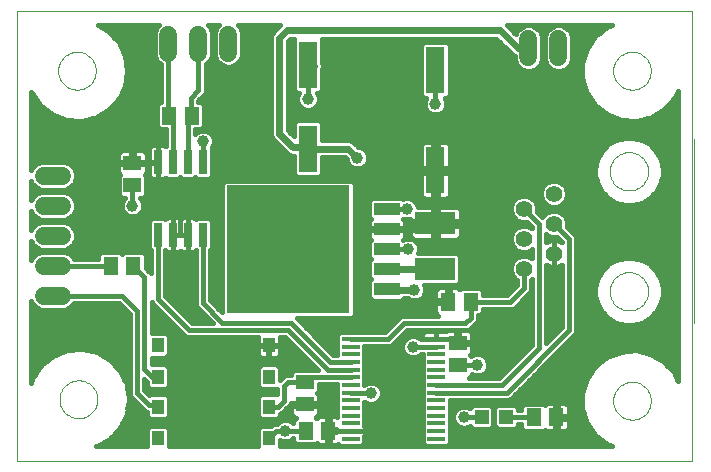
<source format=gtl>
From 57941b1b76ffbdb9a5eeb9fef5e3c2365e3a4b84 Mon Sep 17 00:00:00 2001
From: jaseg <git@jaseg.de>
Date: Sat, 5 Feb 2022 12:34:28 +0100
Subject: Arc approx WIP

---
 examples/gerbers/copper.GTL | 3457 -------------------------------------------
 1 file changed, 3457 deletions(-)
 delete mode 100644 examples/gerbers/copper.GTL

(limited to 'examples/gerbers/copper.GTL')

diff --git a/examples/gerbers/copper.GTL b/examples/gerbers/copper.GTL
deleted file mode 100644
index 87e6ded..0000000
--- a/examples/gerbers/copper.GTL
+++ /dev/null
@@ -1,3457 +0,0 @@
-G75*
-%MOIN*%
-%OFA0B0*%
-%FSLAX24Y24*%
-%IPPOS*%
-%LPD*%
-%AMOC8*
-5,1,8,0,0,1.08239,22.5*
-%
-%ADD10C,0.0000*%
-%ADD11R,0.0260X0.0800*%
-%ADD12R,0.0591X0.0157*%
-%ADD13R,0.4098X0.4252*%
-%ADD14R,0.0850X0.0420*%
-%ADD15R,0.0630X0.1575*%
-%ADD16R,0.0591X0.0512*%
-%ADD17R,0.0512X0.0591*%
-%ADD18R,0.0630X0.1535*%
-%ADD19R,0.1339X0.0748*%
-%ADD20C,0.0004*%
-%ADD21C,0.0554*%
-%ADD22R,0.0394X0.0500*%
-%ADD23C,0.0600*%
-%ADD24R,0.0472X0.0472*%
-%ADD25C,0.0160*%
-%ADD26C,0.0396*%
-%ADD27C,0.0240*%
-D10*
-X000300Y003064D02*
-X000300Y018064D01*
-X022800Y018064D01*
-X022800Y003064D01*
-X000300Y003064D01*
-X001720Y005114D02*
-X001722Y005164D01*
-X001728Y005214D01*
-X001738Y005263D01*
-X001752Y005311D01*
-X001769Y005358D01*
-X001790Y005403D01*
-X001815Y005447D01*
-X001843Y005488D01*
-X001875Y005527D01*
-X001909Y005564D01*
-X001946Y005598D01*
-X001986Y005628D01*
-X002028Y005655D01*
-X002072Y005679D01*
-X002118Y005700D01*
-X002165Y005716D01*
-X002213Y005729D01*
-X002263Y005738D01*
-X002312Y005743D01*
-X002363Y005744D01*
-X002413Y005741D01*
-X002462Y005734D01*
-X002511Y005723D01*
-X002559Y005708D01*
-X002605Y005690D01*
-X002650Y005668D01*
-X002693Y005642D01*
-X002734Y005613D01*
-X002773Y005581D01*
-X002809Y005546D01*
-X002841Y005508D01*
-X002871Y005468D01*
-X002898Y005425D01*
-X002921Y005381D01*
-X002940Y005335D01*
-X002956Y005287D01*
-X002968Y005238D01*
-X002976Y005189D01*
-X002980Y005139D01*
-X002980Y005089D01*
-X002976Y005039D01*
-X002968Y004990D01*
-X002956Y004941D01*
-X002940Y004893D01*
-X002921Y004847D01*
-X002898Y004803D01*
-X002871Y004760D01*
-X002841Y004720D01*
-X002809Y004682D01*
-X002773Y004647D01*
-X002734Y004615D01*
-X002693Y004586D01*
-X002650Y004560D01*
-X002605Y004538D01*
-X002559Y004520D01*
-X002511Y004505D01*
-X002462Y004494D01*
-X002413Y004487D01*
-X002363Y004484D01*
-X002312Y004485D01*
-X002263Y004490D01*
-X002213Y004499D01*
-X002165Y004512D01*
-X002118Y004528D01*
-X002072Y004549D01*
-X002028Y004573D01*
-X001986Y004600D01*
-X001946Y004630D01*
-X001909Y004664D01*
-X001875Y004701D01*
-X001843Y004740D01*
-X001815Y004781D01*
-X001790Y004825D01*
-X001769Y004870D01*
-X001752Y004917D01*
-X001738Y004965D01*
-X001728Y005014D01*
-X001722Y005064D01*
-X001720Y005114D01*
-X001670Y016064D02*
-X001672Y016114D01*
-X001678Y016164D01*
-X001688Y016213D01*
-X001702Y016261D01*
-X001719Y016308D01*
-X001740Y016353D01*
-X001765Y016397D01*
-X001793Y016438D01*
-X001825Y016477D01*
-X001859Y016514D01*
-X001896Y016548D01*
-X001936Y016578D01*
-X001978Y016605D01*
-X002022Y016629D01*
-X002068Y016650D01*
-X002115Y016666D01*
-X002163Y016679D01*
-X002213Y016688D01*
-X002262Y016693D01*
-X002313Y016694D01*
-X002363Y016691D01*
-X002412Y016684D01*
-X002461Y016673D01*
-X002509Y016658D01*
-X002555Y016640D01*
-X002600Y016618D01*
-X002643Y016592D01*
-X002684Y016563D01*
-X002723Y016531D01*
-X002759Y016496D01*
-X002791Y016458D01*
-X002821Y016418D01*
-X002848Y016375D01*
-X002871Y016331D01*
-X002890Y016285D01*
-X002906Y016237D01*
-X002918Y016188D01*
-X002926Y016139D01*
-X002930Y016089D01*
-X002930Y016039D01*
-X002926Y015989D01*
-X002918Y015940D01*
-X002906Y015891D01*
-X002890Y015843D01*
-X002871Y015797D01*
-X002848Y015753D01*
-X002821Y015710D01*
-X002791Y015670D01*
-X002759Y015632D01*
-X002723Y015597D01*
-X002684Y015565D01*
-X002643Y015536D01*
-X002600Y015510D01*
-X002555Y015488D01*
-X002509Y015470D01*
-X002461Y015455D01*
-X002412Y015444D01*
-X002363Y015437D01*
-X002313Y015434D01*
-X002262Y015435D01*
-X002213Y015440D01*
-X002163Y015449D01*
-X002115Y015462D01*
-X002068Y015478D01*
-X002022Y015499D01*
-X001978Y015523D01*
-X001936Y015550D01*
-X001896Y015580D01*
-X001859Y015614D01*
-X001825Y015651D01*
-X001793Y015690D01*
-X001765Y015731D01*
-X001740Y015775D01*
-X001719Y015820D01*
-X001702Y015867D01*
-X001688Y015915D01*
-X001678Y015964D01*
-X001672Y016014D01*
-X001670Y016064D01*
-X020060Y012714D02*
-X020062Y012764D01*
-X020068Y012814D01*
-X020078Y012863D01*
-X020091Y012912D01*
-X020109Y012959D01*
-X020130Y013005D01*
-X020154Y013048D01*
-X020182Y013090D01*
-X020213Y013130D01*
-X020247Y013167D01*
-X020284Y013201D01*
-X020324Y013232D01*
-X020366Y013260D01*
-X020409Y013284D01*
-X020455Y013305D01*
-X020502Y013323D01*
-X020551Y013336D01*
-X020600Y013346D01*
-X020650Y013352D01*
-X020700Y013354D01*
-X020750Y013352D01*
-X020800Y013346D01*
-X020849Y013336D01*
-X020898Y013323D01*
-X020945Y013305D01*
-X020991Y013284D01*
-X021034Y013260D01*
-X021076Y013232D01*
-X021116Y013201D01*
-X021153Y013167D01*
-X021187Y013130D01*
-X021218Y013090D01*
-X021246Y013048D01*
-X021270Y013005D01*
-X021291Y012959D01*
-X021309Y012912D01*
-X021322Y012863D01*
-X021332Y012814D01*
-X021338Y012764D01*
-X021340Y012714D01*
-X021338Y012664D01*
-X021332Y012614D01*
-X021322Y012565D01*
-X021309Y012516D01*
-X021291Y012469D01*
-X021270Y012423D01*
-X021246Y012380D01*
-X021218Y012338D01*
-X021187Y012298D01*
-X021153Y012261D01*
-X021116Y012227D01*
-X021076Y012196D01*
-X021034Y012168D01*
-X020991Y012144D01*
-X020945Y012123D01*
-X020898Y012105D01*
-X020849Y012092D01*
-X020800Y012082D01*
-X020750Y012076D01*
-X020700Y012074D01*
-X020650Y012076D01*
-X020600Y012082D01*
-X020551Y012092D01*
-X020502Y012105D01*
-X020455Y012123D01*
-X020409Y012144D01*
-X020366Y012168D01*
-X020324Y012196D01*
-X020284Y012227D01*
-X020247Y012261D01*
-X020213Y012298D01*
-X020182Y012338D01*
-X020154Y012380D01*
-X020130Y012423D01*
-X020109Y012469D01*
-X020091Y012516D01*
-X020078Y012565D01*
-X020068Y012614D01*
-X020062Y012664D01*
-X020060Y012714D01*
-X020170Y016064D02*
-X020172Y016114D01*
-X020178Y016164D01*
-X020188Y016213D01*
-X020202Y016261D01*
-X020219Y016308D01*
-X020240Y016353D01*
-X020265Y016397D01*
-X020293Y016438D01*
-X020325Y016477D01*
-X020359Y016514D01*
-X020396Y016548D01*
-X020436Y016578D01*
-X020478Y016605D01*
-X020522Y016629D01*
-X020568Y016650D01*
-X020615Y016666D01*
-X020663Y016679D01*
-X020713Y016688D01*
-X020762Y016693D01*
-X020813Y016694D01*
-X020863Y016691D01*
-X020912Y016684D01*
-X020961Y016673D01*
-X021009Y016658D01*
-X021055Y016640D01*
-X021100Y016618D01*
-X021143Y016592D01*
-X021184Y016563D01*
-X021223Y016531D01*
-X021259Y016496D01*
-X021291Y016458D01*
-X021321Y016418D01*
-X021348Y016375D01*
-X021371Y016331D01*
-X021390Y016285D01*
-X021406Y016237D01*
-X021418Y016188D01*
-X021426Y016139D01*
-X021430Y016089D01*
-X021430Y016039D01*
-X021426Y015989D01*
-X021418Y015940D01*
-X021406Y015891D01*
-X021390Y015843D01*
-X021371Y015797D01*
-X021348Y015753D01*
-X021321Y015710D01*
-X021291Y015670D01*
-X021259Y015632D01*
-X021223Y015597D01*
-X021184Y015565D01*
-X021143Y015536D01*
-X021100Y015510D01*
-X021055Y015488D01*
-X021009Y015470D01*
-X020961Y015455D01*
-X020912Y015444D01*
-X020863Y015437D01*
-X020813Y015434D01*
-X020762Y015435D01*
-X020713Y015440D01*
-X020663Y015449D01*
-X020615Y015462D01*
-X020568Y015478D01*
-X020522Y015499D01*
-X020478Y015523D01*
-X020436Y015550D01*
-X020396Y015580D01*
-X020359Y015614D01*
-X020325Y015651D01*
-X020293Y015690D01*
-X020265Y015731D01*
-X020240Y015775D01*
-X020219Y015820D01*
-X020202Y015867D01*
-X020188Y015915D01*
-X020178Y015964D01*
-X020172Y016014D01*
-X020170Y016064D01*
-X020060Y008714D02*
-X020062Y008764D01*
-X020068Y008814D01*
-X020078Y008863D01*
-X020091Y008912D01*
-X020109Y008959D01*
-X020130Y009005D01*
-X020154Y009048D01*
-X020182Y009090D01*
-X020213Y009130D01*
-X020247Y009167D01*
-X020284Y009201D01*
-X020324Y009232D01*
-X020366Y009260D01*
-X020409Y009284D01*
-X020455Y009305D01*
-X020502Y009323D01*
-X020551Y009336D01*
-X020600Y009346D01*
-X020650Y009352D01*
-X020700Y009354D01*
-X020750Y009352D01*
-X020800Y009346D01*
-X020849Y009336D01*
-X020898Y009323D01*
-X020945Y009305D01*
-X020991Y009284D01*
-X021034Y009260D01*
-X021076Y009232D01*
-X021116Y009201D01*
-X021153Y009167D01*
-X021187Y009130D01*
-X021218Y009090D01*
-X021246Y009048D01*
-X021270Y009005D01*
-X021291Y008959D01*
-X021309Y008912D01*
-X021322Y008863D01*
-X021332Y008814D01*
-X021338Y008764D01*
-X021340Y008714D01*
-X021338Y008664D01*
-X021332Y008614D01*
-X021322Y008565D01*
-X021309Y008516D01*
-X021291Y008469D01*
-X021270Y008423D01*
-X021246Y008380D01*
-X021218Y008338D01*
-X021187Y008298D01*
-X021153Y008261D01*
-X021116Y008227D01*
-X021076Y008196D01*
-X021034Y008168D01*
-X020991Y008144D01*
-X020945Y008123D01*
-X020898Y008105D01*
-X020849Y008092D01*
-X020800Y008082D01*
-X020750Y008076D01*
-X020700Y008074D01*
-X020650Y008076D01*
-X020600Y008082D01*
-X020551Y008092D01*
-X020502Y008105D01*
-X020455Y008123D01*
-X020409Y008144D01*
-X020366Y008168D01*
-X020324Y008196D01*
-X020284Y008227D01*
-X020247Y008261D01*
-X020213Y008298D01*
-X020182Y008338D01*
-X020154Y008380D01*
-X020130Y008423D01*
-X020109Y008469D01*
-X020091Y008516D01*
-X020078Y008565D01*
-X020068Y008614D01*
-X020062Y008664D01*
-X020060Y008714D01*
-X020170Y005064D02*
-X020172Y005114D01*
-X020178Y005164D01*
-X020188Y005213D01*
-X020202Y005261D01*
-X020219Y005308D01*
-X020240Y005353D01*
-X020265Y005397D01*
-X020293Y005438D01*
-X020325Y005477D01*
-X020359Y005514D01*
-X020396Y005548D01*
-X020436Y005578D01*
-X020478Y005605D01*
-X020522Y005629D01*
-X020568Y005650D01*
-X020615Y005666D01*
-X020663Y005679D01*
-X020713Y005688D01*
-X020762Y005693D01*
-X020813Y005694D01*
-X020863Y005691D01*
-X020912Y005684D01*
-X020961Y005673D01*
-X021009Y005658D01*
-X021055Y005640D01*
-X021100Y005618D01*
-X021143Y005592D01*
-X021184Y005563D01*
-X021223Y005531D01*
-X021259Y005496D01*
-X021291Y005458D01*
-X021321Y005418D01*
-X021348Y005375D01*
-X021371Y005331D01*
-X021390Y005285D01*
-X021406Y005237D01*
-X021418Y005188D01*
-X021426Y005139D01*
-X021430Y005089D01*
-X021430Y005039D01*
-X021426Y004989D01*
-X021418Y004940D01*
-X021406Y004891D01*
-X021390Y004843D01*
-X021371Y004797D01*
-X021348Y004753D01*
-X021321Y004710D01*
-X021291Y004670D01*
-X021259Y004632D01*
-X021223Y004597D01*
-X021184Y004565D01*
-X021143Y004536D01*
-X021100Y004510D01*
-X021055Y004488D01*
-X021009Y004470D01*
-X020961Y004455D01*
-X020912Y004444D01*
-X020863Y004437D01*
-X020813Y004434D01*
-X020762Y004435D01*
-X020713Y004440D01*
-X020663Y004449D01*
-X020615Y004462D01*
-X020568Y004478D01*
-X020522Y004499D01*
-X020478Y004523D01*
-X020436Y004550D01*
-X020396Y004580D01*
-X020359Y004614D01*
-X020325Y004651D01*
-X020293Y004690D01*
-X020265Y004731D01*
-X020240Y004775D01*
-X020219Y004820D01*
-X020202Y004867D01*
-X020188Y004915D01*
-X020178Y004964D01*
-X020172Y005014D01*
-X020170Y005064D01*
-D11*
-X006500Y010604D03*
-X006000Y010604D03*
-X005500Y010604D03*
-X005000Y010604D03*
-X005000Y013024D03*
-X005500Y013024D03*
-X006000Y013024D03*
-X006500Y013024D03*
-D12*
-X011423Y007128D03*
-X011423Y006872D03*
-X011423Y006616D03*
-X011423Y006360D03*
-X011423Y006104D03*
-X011423Y005848D03*
-X011423Y005592D03*
-X011423Y005336D03*
-X011423Y005080D03*
-X011423Y004825D03*
-X011423Y004569D03*
-X011423Y004313D03*
-X011423Y004057D03*
-X011423Y003801D03*
-X014277Y003801D03*
-X014277Y004057D03*
-X014277Y004313D03*
-X014277Y004569D03*
-X014277Y004825D03*
-X014277Y005080D03*
-X014277Y005336D03*
-X014277Y005592D03*
-X014277Y005848D03*
-X014277Y006104D03*
-X014277Y006360D03*
-X014277Y006616D03*
-X014277Y006872D03*
-X014277Y007128D03*
-D13*
-X009350Y010114D03*
-D14*
-X012630Y010114D03*
-X012630Y010784D03*
-X012630Y011454D03*
-X012630Y009444D03*
-X012630Y008774D03*
-D15*
-X010000Y013467D03*
-X010000Y016262D03*
-D16*
-X004150Y012988D03*
-X004150Y012240D03*
-X009900Y005688D03*
-X009900Y004940D03*
-X015000Y006240D03*
-X015000Y006988D03*
-D17*
-X014676Y008364D03*
-X015424Y008364D03*
-X017526Y004514D03*
-X018274Y004514D03*
-X010674Y004064D03*
-X009926Y004064D03*
-X004174Y009564D03*
-X003426Y009564D03*
-X005376Y014564D03*
-X006124Y014564D03*
-D18*
-X014250Y016088D03*
-X014250Y012741D03*
-D19*
-X014250Y010982D03*
-X014250Y009447D03*
-D20*
-X022869Y007639D02*
-X022869Y013789D01*
-D21*
-X018200Y011964D03*
-X017200Y011464D03*
-X017200Y010464D03*
-X018200Y009964D03*
-X018200Y010964D03*
-X017200Y009464D03*
-D22*
-X008696Y006914D03*
-X008696Y005864D03*
-X008696Y004864D03*
-X008696Y003814D03*
-X005004Y003814D03*
-X005004Y004864D03*
-X005004Y005864D03*
-X005004Y006914D03*
-D23*
-X001800Y008564D02*
-X001200Y008564D01*
-X001200Y009564D02*
-X001800Y009564D01*
-X001800Y010564D02*
-X001200Y010564D01*
-X001200Y011564D02*
-X001800Y011564D01*
-X001800Y012564D02*
-X001200Y012564D01*
-X005350Y016664D02*
-X005350Y017264D01*
-X006350Y017264D02*
-X006350Y016664D01*
-X007350Y016664D02*
-X007350Y017264D01*
-X017350Y017114D02*
-X017350Y016514D01*
-X018350Y016514D02*
-X018350Y017114D01*
-D24*
-X016613Y004514D03*
-X015787Y004514D03*
-D25*
-X015200Y004514D01*
-X014868Y004649D02*
-X014732Y004649D01*
-X014842Y004586D02*
-X014842Y004443D01*
-X014896Y004311D01*
-X014997Y004211D01*
-X015129Y004156D01*
-X015271Y004156D01*
-X015395Y004207D01*
-X015484Y004118D01*
-X016089Y004118D01*
-X016183Y004212D01*
-X016183Y004817D01*
-X016089Y004911D01*
-X015484Y004911D01*
-X015395Y004821D01*
-X015271Y004872D01*
-X015129Y004872D01*
-X014997Y004818D01*
-X014896Y004717D01*
-X014842Y004586D01*
-X014842Y004491D02*
-X014732Y004491D01*
-X014732Y004332D02*
-X014888Y004332D01*
-X014732Y004174D02*
-X015086Y004174D01*
-X015314Y004174D02*
-X015428Y004174D01*
-X014732Y004015D02*
-X019505Y004015D01*
-X019568Y003922D02*
-X019568Y003922D01*
-X019568Y003922D01*
-X019286Y004335D01*
-X019286Y004335D01*
-X019139Y004814D01*
-X019139Y005315D01*
-X019286Y005793D01*
-X019286Y005793D01*
-X019568Y006207D01*
-X019568Y006207D01*
-X019960Y006519D01*
-X019960Y006519D01*
-X020426Y006702D01*
-X020926Y006740D01*
-X020926Y006740D01*
-X021414Y006628D01*
-X021414Y006628D01*
-X021847Y006378D01*
-X021847Y006378D01*
-X022188Y006011D01*
-X022188Y006011D01*
-X022320Y005737D01*
-X022320Y015392D01*
-X022188Y015118D01*
-X022188Y015118D01*
-X021847Y014751D01*
-X021847Y014751D01*
-X021414Y014500D01*
-X021414Y014500D01*
-X020926Y014389D01*
-X020926Y014389D01*
-X020426Y014426D01*
-X020426Y014426D01*
-X019960Y014609D01*
-X019960Y014609D01*
-X019568Y014922D01*
-X019568Y014922D01*
-X019568Y014922D01*
-X019286Y015335D01*
-X019286Y015335D01*
-X019139Y015814D01*
-X019139Y016315D01*
-X019286Y016793D01*
-X019286Y016793D01*
-X019568Y017207D01*
-X019568Y017207D01*
-X019568Y017207D01*
-X019960Y017519D01*
-X019960Y017519D01*
-X020126Y017584D01*
-X016626Y017584D01*
-X016637Y017573D01*
-X016924Y017287D01*
-X016960Y017375D01*
-X017089Y017504D01*
-X017258Y017574D01*
-X017441Y017574D01*
-X017611Y017504D01*
-X017740Y017375D01*
-X017810Y017206D01*
-X017810Y016423D01*
-X017740Y016254D01*
-X017611Y016124D01*
-X017441Y016054D01*
-X017258Y016054D01*
-X017089Y016124D01*
-X016960Y016254D01*
-X016890Y016423D01*
-X016890Y016557D01*
-X016841Y016577D01*
-X016284Y017134D01*
-X010456Y017134D01*
-X010475Y017116D01*
-X010475Y016310D01*
-X010475Y016310D01*
-X010495Y016216D01*
-X010477Y016123D01*
-X010475Y016120D01*
-X010475Y015408D01*
-X010381Y015315D01*
-X010305Y015315D01*
-X010358Y015186D01*
-X010358Y015043D01*
-X010304Y014911D01*
-X010203Y014811D01*
-X010071Y014756D01*
-X009929Y014756D01*
-X009797Y014811D01*
-X009696Y014911D01*
-X009642Y015043D01*
-X009642Y015186D01*
-X009695Y015315D01*
-X009619Y015315D01*
-X009525Y015408D01*
-X009525Y017116D01*
-X009544Y017134D01*
-X009416Y017134D01*
-X009330Y017048D01*
-X009330Y014080D01*
-X009525Y013885D01*
-X009525Y014320D01*
-X009619Y014414D01*
-X010381Y014414D01*
-X010475Y014320D01*
-X010475Y013747D01*
-X011403Y013747D01*
-X011506Y013704D01*
-X011688Y013522D01*
-X011721Y013522D01*
-X011853Y013468D01*
-X011954Y013367D01*
-X013755Y013367D01*
-X013755Y013525D02*
-X011685Y013525D01*
-X011526Y013684D02*
-X013893Y013684D01*
-X013911Y013689D02*
-X013866Y013677D01*
-X013825Y013653D01*
-X013791Y013619D01*
-X013767Y013578D01*
-X013755Y013533D01*
-X013755Y012819D01*
-X014173Y012819D01*
-X014173Y013689D01*
-X013911Y013689D01*
-X014173Y013684D02*
-X014327Y013684D01*
-X014327Y013689D02*
-X014327Y012819D01*
-X014173Y012819D01*
-X014173Y012664D01*
-X014327Y012664D01*
-X014327Y011793D01*
-X014589Y011793D01*
-X014634Y011806D01*
-X014675Y011829D01*
-X014709Y011863D01*
-X014733Y011904D01*
-X014745Y011950D01*
-X014745Y012664D01*
-X014327Y012664D01*
-X014327Y012819D01*
-X014745Y012819D01*
-X014745Y013533D01*
-X014733Y013578D01*
-X014709Y013619D01*
-X014675Y013653D01*
-X014634Y013677D01*
-X014589Y013689D01*
-X014327Y013689D01*
-X014327Y013525D02*
-X014173Y013525D01*
-X014173Y013367D02*
-X014327Y013367D01*
-X014327Y013208D02*
-X014173Y013208D01*
-X014173Y013050D02*
-X014327Y013050D01*
-X014327Y012891D02*
-X014173Y012891D01*
-X014173Y012733D02*
-X010475Y012733D01*
-X010475Y012613D02*
-X010475Y013187D01*
-X011232Y013187D01*
-X011292Y013126D01*
-X011292Y013093D01*
-X011346Y012961D01*
-X011447Y012861D01*
-X011579Y012806D01*
-X011721Y012806D01*
-X011853Y012861D01*
-X011954Y012961D01*
-X012008Y013093D01*
-X012008Y013236D01*
-X011954Y013367D01*
-X012008Y013208D02*
-X013755Y013208D01*
-X013755Y013050D02*
-X011990Y013050D01*
-X011883Y012891D02*
-X013755Y012891D01*
-X013755Y012664D02*
-X013755Y011950D01*
-X013767Y011904D01*
-X013791Y011863D01*
-X013825Y011829D01*
-X013866Y011806D01*
-X013911Y011793D01*
-X014173Y011793D01*
-X014173Y012664D01*
-X013755Y012664D01*
-X013755Y012574D02*
-X010436Y012574D01*
-X010475Y012613D02*
-X010381Y012519D01*
-X009619Y012519D01*
-X009525Y012613D01*
-X009525Y013234D01*
-X009444Y013234D01*
-X009341Y013277D01*
-X009263Y013356D01*
-X009263Y013356D01*
-X008813Y013806D01*
-X008770Y013909D01*
-X008770Y017220D01*
-X008813Y017323D01*
-X009074Y017584D01*
-X007681Y017584D01*
-X007740Y017525D01*
-X007810Y017356D01*
-X007810Y016573D01*
-X007740Y016404D01*
-X007611Y016274D01*
-X007441Y016204D01*
-X007258Y016204D01*
-X007089Y016274D01*
-X006960Y016404D01*
-X006890Y016573D01*
-X006890Y017356D01*
-X006960Y017525D01*
-X007019Y017584D01*
-X006681Y017584D01*
-X006740Y017525D01*
-X006810Y017356D01*
-X006810Y016573D01*
-X006740Y016404D01*
-X006611Y016274D01*
-X006590Y016266D01*
-X006590Y015367D01*
-X006553Y015278D01*
-X006340Y015065D01*
-X006340Y015020D01*
-X006446Y015020D01*
-X006540Y014926D01*
-X006540Y014203D01*
-X006446Y014109D01*
-X006240Y014109D01*
-X006240Y013961D01*
-X006297Y014018D01*
-X006429Y014072D01*
-X006571Y014072D01*
-X006703Y014018D01*
-X006804Y013917D01*
-X006858Y013786D01*
-X006858Y013643D01*
-X006804Y013511D01*
-X006786Y013494D01*
-X006790Y013491D01*
-X006790Y012558D01*
-X006696Y012464D01*
-X006304Y012464D01*
-X006250Y012518D01*
-X006196Y012464D01*
-X005804Y012464D01*
-X005750Y012518D01*
-X005696Y012464D01*
-X005304Y012464D01*
-X005264Y012504D01*
-X005241Y012480D01*
-X005199Y012457D01*
-X005154Y012444D01*
-X005000Y012444D01*
-X005000Y013024D01*
-X005000Y013024D01*
-X005000Y012444D01*
-X004846Y012444D01*
-X004801Y012457D01*
-X004759Y012480D01*
-X004726Y012514D01*
-X004702Y012555D01*
-X004690Y012601D01*
-X004690Y013024D01*
-X005000Y013024D01*
-X005000Y013024D01*
-X004964Y012988D01*
-X004150Y012988D01*
-X004198Y012940D02*
-X004198Y013036D01*
-X004625Y013036D01*
-X004625Y013268D01*
-X004613Y013314D01*
-X004589Y013355D01*
-X004556Y013388D01*
-X004515Y013412D01*
-X004469Y013424D01*
-X004198Y013424D01*
-X004198Y013036D01*
-X004102Y013036D01*
-X004102Y012940D01*
-X003675Y012940D01*
-X003675Y012709D01*
-X003687Y012663D01*
-X003711Y012622D01*
-X003732Y012600D01*
-X003695Y012562D01*
-X003695Y011918D01*
-X003788Y011824D01*
-X003904Y011824D01*
-X003846Y011767D01*
-X003792Y011636D01*
-X003792Y011493D01*
-X003846Y011361D01*
-X003947Y011261D01*
-X004079Y011206D01*
-X004221Y011206D01*
-X004353Y011261D01*
-X004454Y011361D01*
-X004508Y011493D01*
-X004508Y011636D01*
-X004454Y011767D01*
-X004396Y011824D01*
-X004512Y011824D01*
-X004605Y011918D01*
-X004605Y012562D01*
-X004568Y012600D01*
-X004589Y012622D01*
-X004613Y012663D01*
-X004625Y012709D01*
-X004625Y012940D01*
-X004198Y012940D01*
-X004198Y013050D02*
-X004102Y013050D01*
-X004102Y013036D02*
-X004102Y013424D01*
-X003831Y013424D01*
-X003785Y013412D01*
-X003744Y013388D01*
-X003711Y013355D01*
-X003687Y013314D01*
-X003675Y013268D01*
-X003675Y013036D01*
-X004102Y013036D01*
-X004102Y013208D02*
-X004198Y013208D01*
-X004198Y013367D02*
-X004102Y013367D01*
-X003723Y013367D02*
-X000780Y013367D01*
-X000780Y013525D02*
-X004720Y013525D01*
-X004726Y013535D02*
-X004702Y013494D01*
-X004690Y013448D01*
-X004690Y013024D01*
-X005000Y013024D01*
-X005000Y012264D01*
-X005750Y011514D01*
-X005750Y010604D01*
-X005500Y010604D01*
-X005500Y010024D01*
-X005654Y010024D01*
-X005699Y010037D01*
-X005741Y010060D01*
-X005750Y010070D01*
-X005759Y010060D01*
-X005801Y010037D01*
-X005846Y010024D01*
-X006000Y010024D01*
-X006154Y010024D01*
-X006199Y010037D01*
-X006241Y010060D01*
-X006260Y010080D01*
-X006260Y008267D01*
-X006297Y008178D01*
-X006364Y008111D01*
-X006364Y008111D01*
-X006821Y007654D01*
-X006149Y007654D01*
-X005240Y008564D01*
-X005240Y010080D01*
-X005259Y010060D01*
-X005301Y010037D01*
-X005346Y010024D01*
-X005500Y010024D01*
-X005500Y010604D01*
-X005500Y010604D01*
-X005500Y010604D01*
-X005690Y010604D01*
-X006000Y010604D01*
-X006000Y010024D01*
-X006000Y010604D01*
-X006000Y010604D01*
-X006000Y010604D01*
-X005750Y010604D01*
-X005500Y010604D02*
-X006000Y010604D01*
-X006000Y011184D01*
-X005846Y011184D01*
-X005801Y011172D01*
-X005759Y011148D01*
-X005741Y011148D01*
-X005699Y011172D01*
-X005654Y011184D01*
-X005500Y011184D01*
-X005346Y011184D01*
-X005301Y011172D01*
-X005259Y011148D01*
-X005213Y011148D01*
-X005196Y011164D02*
-X005236Y011125D01*
-X005259Y011148D01*
-X005196Y011164D02*
-X004804Y011164D01*
-X004710Y011071D01*
-X004710Y010138D01*
-X004760Y010088D01*
-X004760Y009309D01*
-X004753Y009324D01*
-X004590Y009488D01*
-X004590Y009926D01*
-X004496Y010020D01*
-X003852Y010020D01*
-X003800Y009968D01*
-X003748Y010020D01*
-X003104Y010020D01*
-X003010Y009926D01*
-X003010Y009804D01*
-X002198Y009804D01*
-X002190Y009825D01*
-X002061Y009954D01*
-X001891Y010024D01*
-X001108Y010024D01*
-X000939Y009954D01*
-X000810Y009825D01*
-X000780Y009752D01*
-X000780Y010376D01*
-X000810Y010304D01*
-X000939Y010174D01*
-X001108Y010104D01*
-X001891Y010104D01*
-X002061Y010174D01*
-X002190Y010304D01*
-X002260Y010473D01*
-X002260Y010656D01*
-X002190Y010825D01*
-X002061Y010954D01*
-X001891Y011024D01*
-X001108Y011024D01*
-X000939Y010954D01*
-X000810Y010825D01*
-X000780Y010752D01*
-X000780Y011376D01*
-X000810Y011304D01*
-X000939Y011174D01*
-X001108Y011104D01*
-X001891Y011104D01*
-X002061Y011174D01*
-X002190Y011304D01*
-X002260Y011473D01*
-X002260Y011656D01*
-X002190Y011825D01*
-X002061Y011954D01*
-X001891Y012024D01*
-X001108Y012024D01*
-X000939Y011954D01*
-X000810Y011825D01*
-X000780Y011752D01*
-X000780Y012376D01*
-X000810Y012304D01*
-X000939Y012174D01*
-X001108Y012104D01*
-X001891Y012104D01*
-X002061Y012174D01*
-X002190Y012304D01*
-X002260Y012473D01*
-X002260Y012656D01*
-X002190Y012825D01*
-X002061Y012954D01*
-X001891Y013024D01*
-X001108Y013024D01*
-X000939Y012954D01*
-X000810Y012825D01*
-X000780Y012752D01*
-X000780Y015356D01*
-X000786Y015335D01*
-X001068Y014922D01*
-X001068Y014922D01*
-X001068Y014922D01*
-X001460Y014609D01*
-X001926Y014426D01*
-X002426Y014389D01*
-X002914Y014500D01*
-X003347Y014751D01*
-X003347Y014751D01*
-X003688Y015118D01*
-X003905Y015569D01*
-X003980Y016064D01*
-X003905Y016560D01*
-X003688Y017011D01*
-X003347Y017378D01*
-X002990Y017584D01*
-X005019Y017584D01*
-X004960Y017525D01*
-X004890Y017356D01*
-X004890Y016573D01*
-X004960Y016404D01*
-X005089Y016274D01*
-X005110Y016266D01*
-X005110Y015020D01*
-X005054Y015020D01*
-X004960Y014926D01*
-X004960Y014203D01*
-X005054Y014109D01*
-X005260Y014109D01*
-X005260Y013549D01*
-X005241Y013568D01*
-X005199Y013592D01*
-X005154Y013604D01*
-X005000Y013604D01*
-X004846Y013604D01*
-X004801Y013592D01*
-X004759Y013568D01*
-X004726Y013535D01*
-X004690Y013367D02*
-X004577Y013367D01*
-X004625Y013208D02*
-X004690Y013208D01*
-X004690Y013050D02*
-X004625Y013050D01*
-X004625Y012891D02*
-X004690Y012891D01*
-X004690Y012733D02*
-X004625Y012733D01*
-X004593Y012574D02*
-X004697Y012574D01*
-X004605Y012416D02*
-X013755Y012416D01*
-X013755Y012257D02*
-X011559Y012257D01*
-X011559Y012307D02*
-X011465Y012400D01*
-X007235Y012400D01*
-X007141Y012307D01*
-X007141Y008013D01*
-X006740Y008414D01*
-X006740Y010088D01*
-X006790Y010138D01*
-X006790Y011071D01*
-X006696Y011164D01*
-X006304Y011164D01*
-X006264Y011125D01*
-X006241Y011148D01*
-X006287Y011148D01*
-X006241Y011148D02*
-X006199Y011172D01*
-X006154Y011184D01*
-X006000Y011184D01*
-X006000Y010604D01*
-X006000Y010604D01*
-X006000Y010672D02*
-X006000Y010672D01*
-X006000Y010514D02*
-X006000Y010514D01*
-X006000Y010355D02*
-X006000Y010355D01*
-X006000Y010197D02*
-X006000Y010197D01*
-X006000Y010038D02*
-X006000Y010038D01*
-X006202Y010038D02*
-X006260Y010038D01*
-X006260Y009880D02*
-X005240Y009880D01*
-X005240Y010038D02*
-X005297Y010038D01*
-X005500Y010038D02*
-X005500Y010038D01*
-X005500Y010197D02*
-X005500Y010197D01*
-X005500Y010355D02*
-X005500Y010355D01*
-X005500Y010514D02*
-X005500Y010514D01*
-X005500Y010604D02*
-X005500Y011184D01*
-X005500Y010604D01*
-X005500Y010604D01*
-X005500Y010672D02*
-X005500Y010672D01*
-X005500Y010831D02*
-X005500Y010831D01*
-X005500Y010989D02*
-X005500Y010989D01*
-X005500Y011148D02*
-X005500Y011148D01*
-X005741Y011148D02*
-X005750Y011139D01*
-X005759Y011148D01*
-X006000Y011148D02*
-X006000Y011148D01*
-X006000Y010989D02*
-X006000Y010989D01*
-X006000Y010831D02*
-X006000Y010831D01*
-X006500Y010604D02*
-X006500Y008314D01*
-X007150Y007664D01*
-X009450Y007664D01*
-X010750Y006364D01*
-X011419Y006364D01*
-X011423Y006360D01*
-X011377Y006364D01*
-X011423Y006104D02*
-X010660Y006104D01*
-X009350Y007414D01*
-X006050Y007414D01*
-X005000Y008464D01*
-X005000Y010604D01*
-X004710Y010672D02*
-X002253Y010672D01*
-X002260Y010514D02*
-X004710Y010514D01*
-X004710Y010355D02*
-X002211Y010355D01*
-X002083Y010197D02*
-X004710Y010197D01*
-X004760Y010038D02*
-X000780Y010038D01*
-X000780Y009880D02*
-X000865Y009880D01*
-X000917Y010197D02*
-X000780Y010197D01*
-X000780Y010355D02*
-X000789Y010355D01*
-X000780Y010831D02*
-X000816Y010831D01*
-X000780Y010989D02*
-X001024Y010989D01*
-X001003Y011148D02*
-X000780Y011148D01*
-X000780Y011306D02*
-X000809Y011306D01*
-X000780Y011782D02*
-X000792Y011782D01*
-X000780Y011940D02*
-X000925Y011940D01*
-X000780Y012099D02*
-X003695Y012099D01*
-X003695Y012257D02*
-X002144Y012257D01*
-X002236Y012416D02*
-X003695Y012416D01*
-X003707Y012574D02*
-X002260Y012574D01*
-X002228Y012733D02*
-X003675Y012733D01*
-X003675Y012891D02*
-X002124Y012891D01*
-X002075Y011940D02*
-X003695Y011940D01*
-X003861Y011782D02*
-X002208Y011782D01*
-X002260Y011623D02*
-X003792Y011623D01*
-X003804Y011465D02*
-X002257Y011465D01*
-X002191Y011306D02*
-X003902Y011306D01*
-X004150Y011564D02*
-X004150Y012240D01*
-X004605Y012257D02*
-X007141Y012257D01*
-X007141Y012099D02*
-X004605Y012099D01*
-X004605Y011940D02*
-X007141Y011940D01*
-X007141Y011782D02*
-X004439Y011782D01*
-X004508Y011623D02*
-X007141Y011623D01*
-X007141Y011465D02*
-X004496Y011465D01*
-X004398Y011306D02*
-X007141Y011306D01*
-X007141Y011148D02*
-X006713Y011148D01*
-X006790Y010989D02*
-X007141Y010989D01*
-X007141Y010831D02*
-X006790Y010831D01*
-X006790Y010672D02*
-X007141Y010672D01*
-X007141Y010514D02*
-X006790Y010514D01*
-X006790Y010355D02*
-X007141Y010355D01*
-X007141Y010197D02*
-X006790Y010197D01*
-X006740Y010038D02*
-X007141Y010038D01*
-X007141Y009880D02*
-X006740Y009880D01*
-X006740Y009721D02*
-X007141Y009721D01*
-X007141Y009563D02*
-X006740Y009563D01*
-X006740Y009404D02*
-X007141Y009404D01*
-X007141Y009246D02*
-X006740Y009246D01*
-X006740Y009087D02*
-X007141Y009087D01*
-X007141Y008929D02*
-X006740Y008929D01*
-X006740Y008770D02*
-X007141Y008770D01*
-X007141Y008612D02*
-X006740Y008612D01*
-X006740Y008453D02*
-X007141Y008453D01*
-X007141Y008295D02*
-X006859Y008295D01*
-X007017Y008136D02*
-X007141Y008136D01*
-X006656Y007819D02*
-X005984Y007819D01*
-X005826Y007978D02*
-X006497Y007978D01*
-X006339Y008136D02*
-X005667Y008136D01*
-X005509Y008295D02*
-X006260Y008295D01*
-X006260Y008453D02*
-X005350Y008453D01*
-X005240Y008612D02*
-X006260Y008612D01*
-X006260Y008770D02*
-X005240Y008770D01*
-X005240Y008929D02*
-X006260Y008929D01*
-X006260Y009087D02*
-X005240Y009087D01*
-X005240Y009246D02*
-X006260Y009246D01*
-X006260Y009404D02*
-X005240Y009404D01*
-X005240Y009563D02*
-X006260Y009563D01*
-X006260Y009721D02*
-X005240Y009721D01*
-X004760Y009721D02*
-X004590Y009721D01*
-X004590Y009563D02*
-X004760Y009563D01*
-X004760Y009404D02*
-X004673Y009404D01*
-X004550Y009188D02*
-X004174Y009564D01*
-X004590Y009880D02*
-X004760Y009880D01*
-X004550Y009188D02*
-X004550Y006114D01*
-X004800Y005864D01*
-X005004Y005864D01*
-X004647Y005678D02*
-X004647Y005548D01*
-X004740Y005454D01*
-X005267Y005454D01*
-X005360Y005548D01*
-X005360Y006181D01*
-X005267Y006274D01*
-X004790Y006274D01*
-X004790Y006504D01*
-X005267Y006504D01*
-X005360Y006598D01*
-X005360Y007231D01*
-X005267Y007324D01*
-X004790Y007324D01*
-X004790Y008344D01*
-X004797Y008328D01*
-X005847Y007278D01*
-X005914Y007211D01*
-X006002Y007174D01*
-X008320Y007174D01*
-X008320Y006933D01*
-X008678Y006933D01*
-X008678Y006896D01*
-X008320Y006896D01*
-X008320Y006641D01*
-X008332Y006595D01*
-X008356Y006554D01*
-X008389Y006520D01*
-X008430Y006497D01*
-X008476Y006484D01*
-X008678Y006484D01*
-X008678Y006896D01*
-X008715Y006896D01*
-X008715Y006933D01*
-X009073Y006933D01*
-X009073Y007174D01*
-X009251Y007174D01*
-X010337Y006088D01*
-X010278Y006088D01*
-X010262Y006104D01*
-X009538Y006104D01*
-X009445Y006011D01*
-X009445Y005928D01*
-X009276Y005928D01*
-X009188Y005892D01*
-X009064Y005768D01*
-X009053Y005757D01*
-X009053Y006181D01*
-X008960Y006274D01*
-X008433Y006274D01*
-X008340Y006181D01*
-X008340Y005548D01*
-X008433Y005454D01*
-X008960Y005454D01*
-X008960Y005455D01*
-X008960Y005274D01*
-X008960Y005274D01*
-X008433Y005274D01*
-X008340Y005181D01*
-X008340Y004548D01*
-X008433Y004454D01*
-X008960Y004454D01*
-X009053Y004548D01*
-X009053Y004627D01*
-X009136Y004661D01*
-X009203Y004728D01*
-X009403Y004928D01*
-X009428Y004988D01*
-X009852Y004988D01*
-X009852Y004892D01*
-X009425Y004892D01*
-X009425Y004661D01*
-X009437Y004615D01*
-X009461Y004574D01*
-X009494Y004540D01*
-X009535Y004517D01*
-X009581Y004504D01*
-X009589Y004504D01*
-X009510Y004426D01*
-X009510Y004311D01*
-X009453Y004368D01*
-X009321Y004422D01*
-X009179Y004422D01*
-X009047Y004368D01*
-X008984Y004304D01*
-X008899Y004304D01*
-X008811Y004268D01*
-X008767Y004224D01*
-X008433Y004224D01*
-X008340Y004131D01*
-X008340Y003544D01*
-X005360Y003544D01*
-X005360Y004131D01*
-X005267Y004224D01*
-X004740Y004224D01*
-X004647Y004131D01*
-X004647Y003544D01*
-X002937Y003544D01*
-X002964Y003550D01*
-X003397Y003801D01*
-X003397Y003801D01*
-X003738Y004168D01*
-X003955Y004619D01*
-X004030Y005114D01*
-X003955Y005610D01*
-X003738Y006061D01*
-X003397Y006428D01*
-X002964Y006678D01*
-X002964Y006678D01*
-X002476Y006790D01*
-X002476Y006790D01*
-X001976Y006752D01*
-X001510Y006569D01*
-X001118Y006257D01*
-X000836Y005843D01*
-X000780Y005660D01*
-X000780Y008376D01*
-X000810Y008304D01*
-X000939Y008174D01*
-X001108Y008104D01*
-X001891Y008104D01*
-X002061Y008174D01*
-X002190Y008304D01*
-X002198Y008324D01*
-X003701Y008324D01*
-X004060Y007965D01*
-X004060Y005267D01*
-X004097Y005178D01*
-X004164Y005111D01*
-X004497Y004778D01*
-X004564Y004711D01*
-X004647Y004677D01*
-X004647Y004548D01*
-X004740Y004454D01*
-X005267Y004454D01*
-X005360Y004548D01*
-X005360Y005181D01*
-X005267Y005274D01*
-X004740Y005274D01*
-X004710Y005244D01*
-X004540Y005414D01*
-X004540Y005785D01*
-X004647Y005678D01*
-X004647Y005600D02*
-X004540Y005600D01*
-X004540Y005442D02*
-X008960Y005442D01*
-X008960Y005283D02*
-X004670Y005283D01*
-X004309Y004966D02*
-X004008Y004966D01*
-X004030Y005114D02*
-X004030Y005114D01*
-X004028Y005125D02*
-X004150Y005125D01*
-X004060Y005283D02*
-X004005Y005283D01*
-X003981Y005442D02*
-X004060Y005442D01*
-X004060Y005600D02*
-X003957Y005600D01*
-X003883Y005759D02*
-X004060Y005759D01*
-X004060Y005917D02*
-X003807Y005917D01*
-X003738Y006061D02*
-X003738Y006061D01*
-X003724Y006076D02*
-X004060Y006076D01*
-X004060Y006234D02*
-X003577Y006234D01*
-X003430Y006393D02*
-X004060Y006393D01*
-X004060Y006551D02*
-X003184Y006551D01*
-X003397Y006428D02*
-X003397Y006428D01*
-X002825Y006710D02*
-X004060Y006710D01*
-X004060Y006868D02*
-X000780Y006868D01*
-X000780Y006710D02*
-X001868Y006710D01*
-X001976Y006752D02*
-X001976Y006752D01*
-X001510Y006569D02*
-X001510Y006569D01*
-X001488Y006551D02*
-X000780Y006551D01*
-X000780Y006393D02*
-X001289Y006393D01*
-X001118Y006257D02*
-X001118Y006257D01*
-X001118Y006257D01*
-X001103Y006234D02*
-X000780Y006234D01*
-X000780Y006076D02*
-X000995Y006076D01*
-X000887Y005917D02*
-X000780Y005917D01*
-X000836Y005843D02*
-X000836Y005843D01*
-X000810Y005759D02*
-X000780Y005759D01*
-X000780Y007027D02*
-X004060Y007027D01*
-X004060Y007185D02*
-X000780Y007185D01*
-X000780Y007344D02*
-X004060Y007344D01*
-X004060Y007502D02*
-X000780Y007502D01*
-X000780Y007661D02*
-X004060Y007661D01*
-X004060Y007819D02*
-X000780Y007819D01*
-X000780Y007978D02*
-X004047Y007978D01*
-X003889Y008136D02*
-X001969Y008136D01*
-X002181Y008295D02*
-X003730Y008295D01*
-X003800Y008564D02*
-X001500Y008564D01*
-X001031Y008136D02*
-X000780Y008136D01*
-X000780Y008295D02*
-X000819Y008295D01*
-X001500Y009564D02*
-X003426Y009564D01*
-X003010Y009880D02*
-X002135Y009880D01*
-X002184Y010831D02*
-X004710Y010831D01*
-X004710Y010989D02*
-X001976Y010989D01*
-X001997Y011148D02*
-X004787Y011148D01*
-X005702Y010038D02*
-X005797Y010038D01*
-X004830Y008295D02*
-X004790Y008295D01*
-X004790Y008136D02*
-X004989Y008136D01*
-X005147Y007978D02*
-X004790Y007978D01*
-X004790Y007819D02*
-X005306Y007819D01*
-X005464Y007661D02*
-X004790Y007661D01*
-X004790Y007502D02*
-X005623Y007502D01*
-X005781Y007344D02*
-X004790Y007344D01*
-X005360Y007185D02*
-X005976Y007185D01*
-X006143Y007661D02*
-X006814Y007661D01*
-X005360Y007027D02*
-X008320Y007027D01*
-X008320Y006868D02*
-X005360Y006868D01*
-X005360Y006710D02*
-X008320Y006710D01*
-X008358Y006551D02*
-X005314Y006551D01*
-X005307Y006234D02*
-X008393Y006234D01*
-X008340Y006076D02*
-X005360Y006076D01*
-X005360Y005917D02*
-X008340Y005917D01*
-X008340Y005759D02*
-X005360Y005759D01*
-X005360Y005600D02*
-X008340Y005600D01*
-X008340Y005125D02*
-X005360Y005125D01*
-X005360Y004966D02*
-X008340Y004966D01*
-X008340Y004808D02*
-X005360Y004808D01*
-X005360Y004649D02*
-X008340Y004649D01*
-X008397Y004491D02*
-X005303Y004491D01*
-X005317Y004174D02*
-X008383Y004174D01*
-X008340Y004015D02*
-X005360Y004015D01*
-X005360Y003857D02*
-X008340Y003857D01*
-X008340Y003698D02*
-X005360Y003698D01*
-X004647Y003698D02*
-X003220Y003698D01*
-X003449Y003857D02*
-X004647Y003857D01*
-X004647Y004015D02*
-X003596Y004015D01*
-X003738Y004168D02*
-X003738Y004168D01*
-X003741Y004174D02*
-X004690Y004174D01*
-X004704Y004491D02*
-X003894Y004491D01*
-X003955Y004619D02*
-X003955Y004619D01*
-X003960Y004649D02*
-X004647Y004649D01*
-X004467Y004808D02*
-X003984Y004808D01*
-X003817Y004332D02*
-X009012Y004332D01*
-X008996Y004491D02*
-X009575Y004491D01*
-X009510Y004332D02*
-X009488Y004332D01*
-X009250Y004064D02*
-X008946Y004064D01*
-X008696Y003814D01*
-X009053Y003758D02*
-X009053Y003544D01*
-X020126Y003544D01*
-X019960Y003609D01*
-X019960Y003609D01*
-X019568Y003922D01*
-X019650Y003857D02*
-X014732Y003857D01*
-X014732Y003698D02*
-X019848Y003698D01*
-X019397Y004174D02*
-X018704Y004174D01*
-X018710Y004195D02*
-X018710Y004466D01*
-X018322Y004466D01*
-X018322Y004039D01*
-X018554Y004039D01*
-X018599Y004051D01*
-X018640Y004075D01*
-X018674Y004109D01*
-X018698Y004150D01*
-X018710Y004195D01*
-X018710Y004332D02*
-X019288Y004332D01*
-X019238Y004491D02*
-X018322Y004491D01*
-X018322Y004466D02*
-X018322Y004562D01*
-X018710Y004562D01*
-X018710Y004833D01*
-X018698Y004879D01*
-X018674Y004920D01*
-X018640Y004954D01*
-X018599Y004977D01*
-X018554Y004990D01*
-X018322Y004990D01*
-X018322Y004562D01*
-X018226Y004562D01*
-X018226Y004990D01*
-X017994Y004990D01*
-X017949Y004977D01*
-X017908Y004954D01*
-X017886Y004932D01*
-X017848Y004970D01*
-X017204Y004970D01*
-X017110Y004876D01*
-X017110Y004754D01*
-X017010Y004754D01*
-X017010Y004817D01*
-X016916Y004911D01*
-X016311Y004911D01*
-X016217Y004817D01*
-X016217Y004212D01*
-X016311Y004118D01*
-X016916Y004118D01*
-X017010Y004212D01*
-X017010Y004274D01*
-X017110Y004274D01*
-X017110Y004153D01*
-X017204Y004059D01*
-X017848Y004059D01*
-X017886Y004097D01*
-X017908Y004075D01*
-X017949Y004051D01*
-X017994Y004039D01*
-X018226Y004039D01*
-X018226Y004466D01*
-X018322Y004466D01*
-X018322Y004332D02*
-X018226Y004332D01*
-X018226Y004174D02*
-X018322Y004174D01*
-X018322Y004649D02*
-X018226Y004649D01*
-X018226Y004808D02*
-X018322Y004808D01*
-X018322Y004966D02*
-X018226Y004966D01*
-X017930Y004966D02*
-X017851Y004966D01*
-X017526Y004514D02*
-X016613Y004514D01*
-X016217Y004491D02*
-X016183Y004491D01*
-X016183Y004649D02*
-X016217Y004649D01*
-X016217Y004808D02*
-X016183Y004808D01*
-X016670Y005096D02*
-X016758Y005133D01*
-X018836Y007211D01*
-X018903Y007278D01*
-X018940Y007367D01*
-X018940Y010512D01*
-X018903Y010600D01*
-X018634Y010870D01*
-X018637Y010877D01*
-X018637Y011051D01*
-X018571Y011212D01*
-X018448Y011335D01*
-X018287Y011401D01*
-X018113Y011401D01*
-X017952Y011335D01*
-X017829Y011212D01*
-X017818Y011185D01*
-X017634Y011370D01*
-X017637Y011377D01*
-X017637Y011551D01*
-X017571Y011712D01*
-X017448Y011835D01*
-X017287Y011901D01*
-X017113Y011901D01*
-X016952Y011835D01*
-X016829Y011712D01*
-X016763Y011551D01*
-X016763Y011377D01*
-X016829Y011217D01*
-X016952Y011094D01*
-X017113Y011027D01*
-X017287Y011027D01*
-X017295Y011030D01*
-X017460Y010865D01*
-X017460Y010823D01*
-X017448Y010835D01*
-X017287Y010901D01*
-X017113Y010901D01*
-X016952Y010835D01*
-X016829Y010712D01*
-X016763Y010551D01*
-X016763Y010377D01*
-X016829Y010217D01*
-X016952Y010094D01*
-X017113Y010027D01*
-X017287Y010027D01*
-X017448Y010094D01*
-X017460Y010106D01*
-X017460Y009823D01*
-X017448Y009835D01*
-X017287Y009901D01*
-X017113Y009901D01*
-X016952Y009835D01*
-X016829Y009712D01*
-X016763Y009551D01*
-X016763Y009377D01*
-X016829Y009217D01*
-X016952Y009094D01*
-X016960Y009091D01*
-X016960Y008914D01*
-X016651Y008604D01*
-X015840Y008604D01*
-X015840Y008726D01*
-X015746Y008820D01*
-X015102Y008820D01*
-X015064Y008782D01*
-X015042Y008804D01*
-X015001Y008827D01*
-X014956Y008840D01*
-X014724Y008840D01*
-X014724Y008412D01*
-X014628Y008412D01*
-X014628Y008316D01*
-X014240Y008316D01*
-X014240Y008045D01*
-X014252Y008000D01*
-X014276Y007959D01*
-X014310Y007925D01*
-X014345Y007904D01*
-X013152Y007904D01*
-X013064Y007868D01*
-X012997Y007800D01*
-X012564Y007368D01*
-X011375Y007368D01*
-X011372Y007366D01*
-X011061Y007366D01*
-X010968Y007273D01*
-X010968Y006604D01*
-X010849Y006604D01*
-X009625Y007828D01*
-X011465Y007828D01*
-X011559Y007922D01*
-X011559Y012307D01*
-X011559Y012099D02*
-X013755Y012099D01*
-X013758Y011940D02*
-X011559Y011940D01*
-X011559Y011782D02*
-X012096Y011782D01*
-X012139Y011824D02*
-X012045Y011731D01*
-X012045Y011178D01*
-X012090Y011133D01*
-X012061Y011105D01*
-X012037Y011064D01*
-X012025Y011018D01*
-X012025Y010809D01*
-X012605Y010809D01*
-X012605Y010759D01*
-X012025Y010759D01*
-X012025Y010551D01*
-X012037Y010505D01*
-X012061Y010464D01*
-X012090Y010435D01*
-X012045Y010391D01*
-X012045Y009838D01*
-X012104Y009779D01*
-X012045Y009721D01*
-X012045Y009168D01*
-X012104Y009109D01*
-X012045Y009051D01*
-X012045Y008498D01*
-X012139Y008404D01*
-X013121Y008404D01*
-X013201Y008484D01*
-X013324Y008484D01*
-X013347Y008461D01*
-X013479Y008406D01*
-X013621Y008406D01*
-X013753Y008461D01*
-X013854Y008561D01*
-X013908Y008693D01*
-X013908Y008836D01*
-X013876Y008913D01*
-X014986Y008913D01*
-X015079Y009006D01*
-X015079Y009887D01*
-X014986Y009981D01*
-X013682Y009981D01*
-X013708Y010043D01*
-X013708Y010186D01*
-X013654Y010317D01*
-X013553Y010418D01*
-X013421Y010472D01*
-X013279Y010472D01*
-X013176Y010430D01*
-X013170Y010435D01*
-X013199Y010464D01*
-X013223Y010505D01*
-X013235Y010551D01*
-X013235Y010759D01*
-X012655Y010759D01*
-X012655Y010809D01*
-X013235Y010809D01*
-X013235Y011018D01*
-X013223Y011064D01*
-X013199Y011105D01*
-X013176Y011128D01*
-X013229Y011106D01*
-X013371Y011106D01*
-X013401Y011118D01*
-X013401Y011062D01*
-X014170Y011062D01*
-X014170Y010902D01*
-X014330Y010902D01*
-X014330Y010428D01*
-X014943Y010428D01*
-X014989Y010440D01*
-X015030Y010464D01*
-X015063Y010498D01*
-X015087Y010539D01*
-X015099Y010584D01*
-X015099Y010902D01*
-X014330Y010902D01*
-X014330Y011062D01*
-X015099Y011062D01*
-X015099Y011380D01*
-X015087Y011426D01*
-X015063Y011467D01*
-X015030Y011500D01*
-X014989Y011524D01*
-X014943Y011536D01*
-X014330Y011536D01*
-X014330Y011062D01*
-X014170Y011062D01*
-X014170Y011536D01*
-X013658Y011536D01*
-X013604Y011667D01*
-X013503Y011768D01*
-X013371Y011822D01*
-X013229Y011822D01*
-X013154Y011792D01*
-X013121Y011824D01*
-X012139Y011824D01*
-X012045Y011623D02*
-X011559Y011623D01*
-X011559Y011465D02*
-X012045Y011465D01*
-X012045Y011306D02*
-X011559Y011306D01*
-X011559Y011148D02*
-X012075Y011148D01*
-X012025Y010989D02*
-X011559Y010989D01*
-X011559Y010831D02*
-X012025Y010831D01*
-X012025Y010672D02*
-X011559Y010672D01*
-X011559Y010514D02*
-X012035Y010514D01*
-X012045Y010355D02*
-X011559Y010355D01*
-X011559Y010197D02*
-X012045Y010197D01*
-X012045Y010038D02*
-X011559Y010038D01*
-X011559Y009880D02*
-X012045Y009880D01*
-X012046Y009721D02*
-X011559Y009721D01*
-X011559Y009563D02*
-X012045Y009563D01*
-X012045Y009404D02*
-X011559Y009404D01*
-X011559Y009246D02*
-X012045Y009246D01*
-X012082Y009087D02*
-X011559Y009087D01*
-X011559Y008929D02*
-X012045Y008929D01*
-X012045Y008770D02*
-X011559Y008770D01*
-X011559Y008612D02*
-X012045Y008612D01*
-X012090Y008453D02*
-X011559Y008453D01*
-X011559Y008295D02*
-X014240Y008295D01*
-X014240Y008412D02*
-X014628Y008412D01*
-X014628Y008840D01*
-X014396Y008840D01*
-X014351Y008827D01*
-X014310Y008804D01*
-X014276Y008770D01*
-X014252Y008729D01*
-X014240Y008683D01*
-X014240Y008412D01*
-X014240Y008453D02*
-X013735Y008453D01*
-X013874Y008612D02*
-X014240Y008612D01*
-X014276Y008770D02*
-X013908Y008770D01*
-X013365Y008453D02*
-X013170Y008453D01*
-X013016Y007819D02*
-X009634Y007819D01*
-X009793Y007661D02*
-X012857Y007661D01*
-X012699Y007502D02*
-X009951Y007502D01*
-X010110Y007344D02*
-X011039Y007344D01*
-X010968Y007185D02*
-X010268Y007185D01*
-X010427Y007027D02*
-X010968Y007027D01*
-X010968Y006868D02*
-X010585Y006868D01*
-X010744Y006710D02*
-X010968Y006710D01*
-X011423Y007128D02*
-X012663Y007128D01*
-X013200Y007664D01*
-X015250Y007664D01*
-X015424Y007838D01*
-X015424Y008364D01*
-X016750Y008364D01*
-X017200Y008814D01*
-X017200Y009464D01*
-X016817Y009246D02*
-X015079Y009246D01*
-X015079Y009404D02*
-X016763Y009404D01*
-X016768Y009563D02*
-X015079Y009563D01*
-X015079Y009721D02*
-X016839Y009721D01*
-X017061Y009880D02*
-X015079Y009880D01*
-X015073Y010514D02*
-X016763Y010514D01*
-X016772Y010355D02*
-X013615Y010355D01*
-X013557Y010428D02*
-X014170Y010428D01*
-X014170Y010902D01*
-X013401Y010902D01*
-X013401Y010584D01*
-X013413Y010539D01*
-X013437Y010498D01*
-X013470Y010464D01*
-X013511Y010440D01*
-X013557Y010428D01*
-X013427Y010514D02*
-X013225Y010514D01*
-X013235Y010672D02*
-X013401Y010672D01*
-X013401Y010831D02*
-X013235Y010831D01*
-X013235Y010989D02*
-X014170Y010989D01*
-X014170Y010831D02*
-X014330Y010831D01*
-X014330Y010989D02*
-X017336Y010989D01*
-X017452Y010831D02*
-X017460Y010831D01*
-X017700Y010964D02*
-X017200Y011464D01*
-X016792Y011306D02*
-X015099Y011306D01*
-X015099Y011148D02*
-X016898Y011148D01*
-X016948Y010831D02*
-X015099Y010831D01*
-X015099Y010672D02*
-X016813Y010672D01*
-X016849Y010197D02*
-X013703Y010197D01*
-X013706Y010038D02*
-X017086Y010038D01*
-X017314Y010038D02*
-X017460Y010038D01*
-X017460Y009880D02*
-X017339Y009880D01*
-X017940Y009588D02*
-X017960Y009573D01*
-X018025Y009541D01*
-X018093Y009518D01*
-X018164Y009507D01*
-X018191Y009507D01*
-X018191Y009956D01*
-X018209Y009956D01*
-X018209Y009507D01*
-X018236Y009507D01*
-X018307Y009518D01*
-X018375Y009541D01*
-X018440Y009573D01*
-X018460Y009588D01*
-X018460Y007514D01*
-X017940Y006994D01*
-X017940Y009588D01*
-X017940Y009563D02*
-X017981Y009563D01*
-X017940Y009404D02*
-X018460Y009404D01*
-X018460Y009246D02*
-X017940Y009246D01*
-X017940Y009087D02*
-X018460Y009087D01*
-X018460Y008929D02*
-X017940Y008929D01*
-X017940Y008770D02*
-X018460Y008770D01*
-X018460Y008612D02*
-X017940Y008612D01*
-X017940Y008453D02*
-X018460Y008453D01*
-X018460Y008295D02*
-X017940Y008295D01*
-X017940Y008136D02*
-X018460Y008136D01*
-X018460Y007978D02*
-X017940Y007978D01*
-X017940Y007819D02*
-X018460Y007819D01*
-X018460Y007661D02*
-X017940Y007661D01*
-X017940Y007502D02*
-X018449Y007502D01*
-X018290Y007344D02*
-X017940Y007344D01*
-X017940Y007185D02*
-X018132Y007185D01*
-X017973Y007027D02*
-X017940Y007027D01*
-X017700Y006814D02*
-X017700Y010964D01*
-X017697Y011306D02*
-X017924Y011306D01*
-X017952Y011594D02*
-X018113Y011527D01*
-X018287Y011527D01*
-X018448Y011594D01*
-X018571Y011717D01*
-X018637Y011877D01*
-X018637Y012051D01*
-X018571Y012212D01*
-X018448Y012335D01*
-X018287Y012401D01*
-X018113Y012401D01*
-X017952Y012335D01*
-X017829Y012212D01*
-X017763Y012051D01*
-X017763Y011877D01*
-X017829Y011717D01*
-X017952Y011594D01*
-X017923Y011623D02*
-X017607Y011623D01*
-X017637Y011465D02*
-X022320Y011465D01*
-X022320Y011623D02*
-X020956Y011623D01*
-X020847Y011594D02*
-X021132Y011671D01*
-X021388Y011818D01*
-X021596Y012027D01*
-X021744Y012282D01*
-X021820Y012567D01*
-X021820Y012862D01*
-X021744Y013147D01*
-X021596Y013402D01*
-X021388Y013611D01*
-X021132Y013758D01*
-X020847Y013834D01*
-X020553Y013834D01*
-X020268Y013758D01*
-X020012Y013611D01*
-X019804Y013402D01*
-X019656Y013147D01*
-X019580Y012862D01*
-X019580Y012567D01*
-X019656Y012282D01*
-X019804Y012027D01*
-X020012Y011818D01*
-X020268Y011671D01*
-X020553Y011594D01*
-X020847Y011594D01*
-X020444Y011623D02*
-X018477Y011623D01*
-X018598Y011782D02*
-X020075Y011782D01*
-X019890Y011940D02*
-X018637Y011940D01*
-X018617Y012099D02*
-X019762Y012099D01*
-X019671Y012257D02*
-X018525Y012257D01*
-X017875Y012257D02*
-X014745Y012257D01*
-X014745Y012099D02*
-X017783Y012099D01*
-X017763Y011940D02*
-X014742Y011940D01*
-X014327Y011940D02*
-X014173Y011940D01*
-X014173Y012099D02*
-X014327Y012099D01*
-X014327Y012257D02*
-X014173Y012257D01*
-X014173Y012416D02*
-X014327Y012416D01*
-X014327Y012574D02*
-X014173Y012574D01*
-X014327Y012733D02*
-X019580Y012733D01*
-X019588Y012891D02*
-X014745Y012891D01*
-X014745Y013050D02*
-X019630Y013050D01*
-X019692Y013208D02*
-X014745Y013208D01*
-X014745Y013367D02*
-X019783Y013367D01*
-X019927Y013525D02*
-X014745Y013525D01*
-X014607Y013684D02*
-X020139Y013684D01*
-X021261Y013684D02*
-X022320Y013684D01*
-X022320Y013842D02*
-X010475Y013842D01*
-X010475Y014001D02*
-X022320Y014001D01*
-X022320Y014159D02*
-X010475Y014159D01*
-X010475Y014318D02*
-X022320Y014318D01*
-X022320Y014476D02*
-X021308Y014476D01*
-X021647Y014635D02*
-X022320Y014635D01*
-X022320Y014793D02*
-X021887Y014793D01*
-X021847Y014751D02*
-X021847Y014751D01*
-X022034Y014952D02*
-X022320Y014952D01*
-X022320Y015110D02*
-X022181Y015110D01*
-X022261Y015269D02*
-X022320Y015269D01*
-X020299Y014476D02*
-X009330Y014476D01*
-X009330Y014318D02*
-X009525Y014318D01*
-X009525Y014159D02*
-X009330Y014159D01*
-X009409Y014001D02*
-X009525Y014001D01*
-X008935Y013684D02*
-X006858Y013684D01*
-X006835Y013842D02*
-X008797Y013842D01*
-X008770Y014001D02*
-X006720Y014001D01*
-X006496Y014159D02*
-X008770Y014159D01*
-X008770Y014318D02*
-X006540Y014318D01*
-X006540Y014476D02*
-X008770Y014476D01*
-X008770Y014635D02*
-X006540Y014635D01*
-X006540Y014793D02*
-X008770Y014793D01*
-X008770Y014952D02*
-X006514Y014952D01*
-X006385Y015110D02*
-X008770Y015110D01*
-X008770Y015269D02*
-X006544Y015269D01*
-X006590Y015427D02*
-X008770Y015427D01*
-X008770Y015586D02*
-X006590Y015586D01*
-X006590Y015744D02*
-X008770Y015744D01*
-X008770Y015903D02*
-X006590Y015903D01*
-X006590Y016061D02*
-X008770Y016061D01*
-X008770Y016220D02*
-X007479Y016220D01*
-X007221Y016220D02*
-X006590Y016220D01*
-X006715Y016378D02*
-X006985Y016378D01*
-X006905Y016537D02*
-X006795Y016537D01*
-X006810Y016695D02*
-X006890Y016695D01*
-X006890Y016854D02*
-X006810Y016854D01*
-X006810Y017012D02*
-X006890Y017012D01*
-X006890Y017171D02*
-X006810Y017171D01*
-X006810Y017329D02*
-X006890Y017329D01*
-X006945Y017488D02*
-X006755Y017488D01*
-X006350Y016964D02*
-X006350Y015414D01*
-X006100Y015164D01*
-X006100Y014588D01*
-X006124Y014564D01*
-X006000Y014490D01*
-X006000Y013024D01*
-X005500Y013024D02*
-X005500Y014440D01*
-X005376Y014564D01*
-X005350Y014590D01*
-X005350Y016964D01*
-X004890Y017012D02*
-X003687Y017012D01*
-X003688Y017011D02*
-X003688Y017011D01*
-X003764Y016854D02*
-X004890Y016854D01*
-X004890Y016695D02*
-X003840Y016695D01*
-X003905Y016560D02*
-X003905Y016560D01*
-X003909Y016537D02*
-X004905Y016537D01*
-X004985Y016378D02*
-X003933Y016378D01*
-X003957Y016220D02*
-X005110Y016220D01*
-X005110Y016061D02*
-X003980Y016061D01*
-X003980Y016064D02*
-X003980Y016064D01*
-X003956Y015903D02*
-X005110Y015903D01*
-X005110Y015744D02*
-X003932Y015744D01*
-X003908Y015586D02*
-X005110Y015586D01*
-X005110Y015427D02*
-X003837Y015427D01*
-X003761Y015269D02*
-X005110Y015269D01*
-X005110Y015110D02*
-X003681Y015110D01*
-X003688Y015118D02*
-X003688Y015118D01*
-X003534Y014952D02*
-X004986Y014952D01*
-X004960Y014793D02*
-X003387Y014793D01*
-X003347Y014751D02*
-X003347Y014751D01*
-X003147Y014635D02*
-X004960Y014635D01*
-X004960Y014476D02*
-X002808Y014476D01*
-X002914Y014500D02*
-X002914Y014500D01*
-X002426Y014389D02*
-X002426Y014389D01*
-X001926Y014426D02*
-X001926Y014426D01*
-X001799Y014476D02*
-X000780Y014476D01*
-X000780Y014318D02*
-X004960Y014318D01*
-X005004Y014159D02*
-X000780Y014159D01*
-X000780Y014001D02*
-X005260Y014001D01*
-X005260Y013842D02*
-X000780Y013842D01*
-X000780Y013684D02*
-X005260Y013684D01*
-X005000Y013604D02*
-X005000Y013024D01*
-X005000Y013604D01*
-X005000Y013525D02*
-X005000Y013525D01*
-X005000Y013367D02*
-X005000Y013367D01*
-X005000Y013208D02*
-X005000Y013208D01*
-X005000Y013050D02*
-X005000Y013050D01*
-X005000Y013024D02*
-X005000Y013024D01*
-X005000Y012891D02*
-X005000Y012891D01*
-X005000Y012733D02*
-X005000Y012733D01*
-X005000Y012574D02*
-X005000Y012574D01*
-X003675Y013050D02*
-X000780Y013050D01*
-X000780Y013208D02*
-X003675Y013208D01*
-X001460Y014609D02*
-X001460Y014609D01*
-X001428Y014635D02*
-X000780Y014635D01*
-X000780Y014793D02*
-X001229Y014793D01*
-X001048Y014952D02*
-X000780Y014952D01*
-X000780Y015110D02*
-X000940Y015110D01*
-X000832Y015269D02*
-X000780Y015269D01*
-X000786Y015335D02*
-X000786Y015335D01*
-X003347Y017378D02*
-X003347Y017378D01*
-X003392Y017329D02*
-X004890Y017329D01*
-X004890Y017171D02*
-X003539Y017171D01*
-X003157Y017488D02*
-X004945Y017488D01*
-X007755Y017488D02*
-X008978Y017488D01*
-X008819Y017329D02*
-X007810Y017329D01*
-X007810Y017171D02*
-X008770Y017171D01*
-X008770Y017012D02*
-X007810Y017012D01*
-X007810Y016854D02*
-X008770Y016854D01*
-X008770Y016695D02*
-X007810Y016695D01*
-X007795Y016537D02*
-X008770Y016537D01*
-X008770Y016378D02*
-X007715Y016378D01*
-X009330Y016378D02*
-X009525Y016378D01*
-X009525Y016220D02*
-X009330Y016220D01*
-X009330Y016061D02*
-X009525Y016061D01*
-X009525Y015903D02*
-X009330Y015903D01*
-X009330Y015744D02*
-X009525Y015744D01*
-X009525Y015586D02*
-X009330Y015586D01*
-X009330Y015427D02*
-X009525Y015427D01*
-X009676Y015269D02*
-X009330Y015269D01*
-X009330Y015110D02*
-X009642Y015110D01*
-X009680Y014952D02*
-X009330Y014952D01*
-X009330Y014793D02*
-X009839Y014793D01*
-X010161Y014793D02*
-X013933Y014793D01*
-X013946Y014761D02*
-X014047Y014661D01*
-X014179Y014606D01*
-X014321Y014606D01*
-X014453Y014661D01*
-X014554Y014761D01*
-X014608Y014893D01*
-X014608Y015036D01*
-X014557Y015160D01*
-X014631Y015160D01*
-X014725Y015254D01*
-X014725Y016922D01*
-X014631Y017015D01*
-X013869Y017015D01*
-X013775Y016922D01*
-X013775Y015254D01*
-X013869Y015160D01*
-X013943Y015160D01*
-X013892Y015036D01*
-X013892Y014893D01*
-X013946Y014761D01*
-X013892Y014952D02*
-X010320Y014952D01*
-X010358Y015110D02*
-X013923Y015110D01*
-X013775Y015269D02*
-X010324Y015269D01*
-X010475Y015427D02*
-X013775Y015427D01*
-X013775Y015586D02*
-X010475Y015586D01*
-X010475Y015744D02*
-X013775Y015744D01*
-X013775Y015903D02*
-X010475Y015903D01*
-X010475Y016061D02*
-X013775Y016061D01*
-X013775Y016220D02*
-X010494Y016220D01*
-X010475Y016378D02*
-X013775Y016378D01*
-X013775Y016537D02*
-X010475Y016537D01*
-X010475Y016695D02*
-X013775Y016695D01*
-X013775Y016854D02*
-X010475Y016854D01*
-X010475Y017012D02*
-X013866Y017012D01*
-X014634Y017012D02*
-X016406Y017012D01*
-X016564Y016854D02*
-X014725Y016854D01*
-X014725Y016695D02*
-X016723Y016695D01*
-X016890Y016537D02*
-X014725Y016537D01*
-X014725Y016378D02*
-X016908Y016378D01*
-X016994Y016220D02*
-X014725Y016220D01*
-X014725Y016061D02*
-X017242Y016061D01*
-X017458Y016061D02*
-X018242Y016061D01*
-X018258Y016054D02*
-X018441Y016054D01*
-X018611Y016124D01*
-X018740Y016254D01*
-X018810Y016423D01*
-X018810Y017206D01*
-X018740Y017375D01*
-X018611Y017504D01*
-X018441Y017574D01*
-X018258Y017574D01*
-X018089Y017504D01*
-X017960Y017375D01*
-X017890Y017206D01*
-X017890Y016423D01*
-X017960Y016254D01*
-X018089Y016124D01*
-X018258Y016054D01*
-X018458Y016061D02*
-X019139Y016061D01*
-X019139Y015903D02*
-X014725Y015903D01*
-X014725Y015744D02*
-X019160Y015744D01*
-X019209Y015586D02*
-X014725Y015586D01*
-X014725Y015427D02*
-X019258Y015427D01*
-X019332Y015269D02*
-X014725Y015269D01*
-X014577Y015110D02*
-X019440Y015110D01*
-X019548Y014952D02*
-X014608Y014952D01*
-X014567Y014793D02*
-X019729Y014793D01*
-X019928Y014635D02*
-X014390Y014635D01*
-X014110Y014635D02*
-X009330Y014635D01*
-X010000Y015114D02*
-X010000Y016262D01*
-X010250Y016214D01*
-X009525Y016537D02*
-X009330Y016537D01*
-X009330Y016695D02*
-X009525Y016695D01*
-X009525Y016854D02*
-X009330Y016854D01*
-X009330Y017012D02*
-X009525Y017012D01*
-X006280Y014001D02*
-X006240Y014001D01*
-X006500Y013714D02*
-X006500Y013024D01*
-X006790Y013050D02*
-X009525Y013050D01*
-X009525Y013208D02*
-X006790Y013208D01*
-X006790Y013367D02*
-X009252Y013367D01*
-X009093Y013525D02*
-X006809Y013525D01*
-X006790Y012891D02*
-X009525Y012891D01*
-X009525Y012733D02*
-X006790Y012733D01*
-X006790Y012574D02*
-X009564Y012574D01*
-X010475Y012891D02*
-X011417Y012891D01*
-X011310Y013050D02*
-X010475Y013050D01*
-X012630Y011454D02*
-X013290Y011454D01*
-X013300Y011464D01*
-X013622Y011623D02*
-X016793Y011623D01*
-X016763Y011465D02*
-X015064Y011465D01*
-X014330Y011465D02*
-X014170Y011465D01*
-X014170Y011306D02*
-X014330Y011306D01*
-X014330Y011148D02*
-X014170Y011148D01*
-X014170Y010672D02*
-X014330Y010672D01*
-X014330Y010514D02*
-X014170Y010514D01*
-X013350Y010114D02*
-X012630Y010114D01*
-X013469Y011782D02*
-X016899Y011782D01*
-X017501Y011782D02*
-X017802Y011782D01*
-X018476Y011306D02*
-X022320Y011306D01*
-X022320Y011148D02*
-X018597Y011148D01*
-X018637Y010989D02*
-X022320Y010989D01*
-X022320Y010831D02*
-X018673Y010831D01*
-X018831Y010672D02*
-X022320Y010672D01*
-X022320Y010514D02*
-X018939Y010514D01*
-X018940Y010355D02*
-X022320Y010355D01*
-X022320Y010197D02*
-X018940Y010197D01*
-X018940Y010038D02*
-X022320Y010038D01*
-X022320Y009880D02*
-X018940Y009880D01*
-X018940Y009721D02*
-X020204Y009721D01*
-X020268Y009758D02*
-X020012Y009611D01*
-X019804Y009402D01*
-X019656Y009147D01*
-X019580Y008862D01*
-X019580Y008567D01*
-X019656Y008282D01*
-X019804Y008027D01*
-X020012Y007818D01*
-X020268Y007671D01*
-X020553Y007594D01*
-X020847Y007594D01*
-X021132Y007671D01*
-X021388Y007818D01*
-X021596Y008027D01*
-X021744Y008282D01*
-X021820Y008567D01*
-X021820Y008862D01*
-X021744Y009147D01*
-X021596Y009402D01*
-X021388Y009611D01*
-X021132Y009758D01*
-X020847Y009834D01*
-X020553Y009834D01*
-X020268Y009758D01*
-X019965Y009563D02*
-X018940Y009563D01*
-X018940Y009404D02*
-X019806Y009404D01*
-X019714Y009246D02*
-X018940Y009246D01*
-X018940Y009087D02*
-X019640Y009087D01*
-X019598Y008929D02*
-X018940Y008929D01*
-X018940Y008770D02*
-X019580Y008770D01*
-X019580Y008612D02*
-X018940Y008612D01*
-X018940Y008453D02*
-X019610Y008453D01*
-X019653Y008295D02*
-X018940Y008295D01*
-X018940Y008136D02*
-X019740Y008136D01*
-X019853Y007978D02*
-X018940Y007978D01*
-X018940Y007819D02*
-X020011Y007819D01*
-X020304Y007661D02*
-X018940Y007661D01*
-X018940Y007502D02*
-X022320Y007502D01*
-X022320Y007344D02*
-X018931Y007344D01*
-X018810Y007185D02*
-X022320Y007185D01*
-X022320Y007027D02*
-X018652Y007027D01*
-X018493Y006868D02*
-X022320Y006868D01*
-X022320Y006710D02*
-X021056Y006710D01*
-X021547Y006551D02*
-X022320Y006551D01*
-X022320Y006393D02*
-X021821Y006393D01*
-X021981Y006234D02*
-X022320Y006234D01*
-X022320Y006076D02*
-X022128Y006076D01*
-X022233Y005917D02*
-X022320Y005917D01*
-X022309Y005759D02*
-X022320Y005759D01*
-X020528Y006710D02*
-X018335Y006710D01*
-X018176Y006551D02*
-X020042Y006551D01*
-X019801Y006393D02*
-X018018Y006393D01*
-X017859Y006234D02*
-X019603Y006234D01*
-X019479Y006076D02*
-X017701Y006076D01*
-X017542Y005917D02*
-X019371Y005917D01*
-X019276Y005759D02*
-X017384Y005759D01*
-X017225Y005600D02*
-X019227Y005600D01*
-X019178Y005442D02*
-X017067Y005442D01*
-X016908Y005283D02*
-X019139Y005283D01*
-X019139Y005125D02*
-X016738Y005125D01*
-X016670Y005096D02*
-X014732Y005096D01*
-X014732Y003656D01*
-X014639Y003562D01*
-X013916Y003562D01*
-X013822Y003656D01*
-X013822Y006632D01*
-X013774Y006632D01*
-X013703Y006561D01*
-X013571Y006506D01*
-X013429Y006506D01*
-X013297Y006561D01*
-X013196Y006661D01*
-X013142Y006793D01*
-X013142Y006936D01*
-X013196Y007067D01*
-X013297Y007168D01*
-X013429Y007222D01*
-X013571Y007222D01*
-X013703Y007168D01*
-X013759Y007112D01*
-X013802Y007112D01*
-X013802Y007128D01*
-X014277Y007128D01*
-X014277Y007386D01*
-X013958Y007386D01*
-X013912Y007374D01*
-X013871Y007350D01*
-X013838Y007317D01*
-X013814Y007276D01*
-X013802Y007230D01*
-X013802Y007128D01*
-X014277Y007128D01*
-X014277Y007128D01*
-X014277Y007128D01*
-X014277Y007386D01*
-X014592Y007386D01*
-X014594Y007388D01*
-X014635Y007412D01*
-X014681Y007424D01*
-X014952Y007424D01*
-X014952Y007036D01*
-X015048Y007036D01*
-X015475Y007036D01*
-X015475Y007268D01*
-X015463Y007314D01*
-X015439Y007355D01*
-X015406Y007388D01*
-X015365Y007412D01*
-X015319Y007424D01*
-X015048Y007424D01*
-X015048Y007036D01*
-X015048Y006940D01*
-X015475Y006940D01*
-X015475Y006709D01*
-X015463Y006663D01*
-X015439Y006622D01*
-X015418Y006600D01*
-X015449Y006569D01*
-X015579Y006622D01*
-X015721Y006622D01*
-X015853Y006568D01*
-X015954Y006467D01*
-X016008Y006336D01*
-X016008Y006193D01*
-X015954Y006061D01*
-X015853Y005961D01*
-X015721Y005906D01*
-X015579Y005906D01*
-X015455Y005957D01*
-X015455Y005918D01*
-X015369Y005832D01*
-X016379Y005832D01*
-X017460Y006914D01*
-X017460Y009106D01*
-X017448Y009094D01*
-X017440Y009091D01*
-X017440Y008767D01*
-X017403Y008678D01*
-X017336Y008611D01*
-X016886Y008161D01*
-X016798Y008124D01*
-X015840Y008124D01*
-X015840Y008003D01*
-X015746Y007909D01*
-X015664Y007909D01*
-X015664Y007791D01*
-X015627Y007702D01*
-X015453Y007528D01*
-X015453Y007528D01*
-X015386Y007461D01*
-X015298Y007424D01*
-X013299Y007424D01*
-X012799Y006924D01*
-X012711Y006888D01*
-X011878Y006888D01*
-X011878Y005599D01*
-X011897Y005618D01*
-X012029Y005672D01*
-X012171Y005672D01*
-X012303Y005618D01*
-X012404Y005517D01*
-X012458Y005386D01*
-X012458Y005243D01*
-X012404Y005111D01*
-X012303Y005011D01*
-X012171Y004956D01*
-X012029Y004956D01*
-X011897Y005011D01*
-X011878Y005030D01*
-X011878Y004218D01*
-X011886Y004205D01*
-X011898Y004159D01*
-X011898Y004057D01*
-X011423Y004057D01*
-X011423Y004057D01*
-X011898Y004057D01*
-X011898Y003954D01*
-X011886Y003909D01*
-X011878Y003895D01*
-X011878Y003656D01*
-X011784Y003562D01*
-X011061Y003562D01*
-X011014Y003610D01*
-X010999Y003601D01*
-X010954Y003589D01*
-X010722Y003589D01*
-X010722Y004016D01*
-X010626Y004016D01*
-X010626Y003589D01*
-X010394Y003589D01*
-X010349Y003601D01*
-X010308Y003625D01*
-X010286Y003647D01*
-X010248Y003609D01*
-X009604Y003609D01*
-X009510Y003703D01*
-X009510Y003818D01*
-X009453Y003761D01*
-X009321Y003706D01*
-X009179Y003706D01*
-X009053Y003758D01*
-X009053Y003698D02*
-X009515Y003698D01*
-X009250Y004064D02*
-X009926Y004064D01*
-X010286Y004482D02*
-X010254Y004514D01*
-X010265Y004517D01*
-X010306Y004540D01*
-X010339Y004574D01*
-X010363Y004615D01*
-X010375Y004661D01*
-X010375Y004892D01*
-X009948Y004892D01*
-X009948Y004988D01*
-X010375Y004988D01*
-X010375Y005220D01*
-X010363Y005266D01*
-X010339Y005307D01*
-X010318Y005328D01*
-X010355Y005366D01*
-X010355Y005608D01*
-X010968Y005608D01*
-X010968Y005481D01*
-X010968Y004536D01*
-X010954Y004540D01*
-X010722Y004540D01*
-X010722Y004112D01*
-X010948Y004112D01*
-X010948Y004057D01*
-X011423Y004057D01*
-X011406Y004040D01*
-X010674Y004064D01*
-X010722Y004016D02*
-X010722Y004112D01*
-X010626Y004112D01*
-X010626Y004540D01*
-X010394Y004540D01*
-X010349Y004527D01*
-X010308Y004504D01*
-X010286Y004482D01*
-X010277Y004491D02*
-X010295Y004491D01*
-X010372Y004649D02*
-X010968Y004649D01*
-X010968Y004808D02*
-X010375Y004808D01*
-X010375Y005125D02*
-X010968Y005125D01*
-X010968Y005283D02*
-X010353Y005283D01*
-X010355Y005442D02*
-X010968Y005442D01*
-X010968Y005600D02*
-X010355Y005600D01*
-X010060Y005848D02*
-X009900Y005688D01*
-X009324Y005688D01*
-X009200Y005564D01*
-X009200Y005064D01*
-X009000Y004864D01*
-X008696Y004864D01*
-X009108Y004649D02*
-X009428Y004649D01*
-X009425Y004808D02*
-X009283Y004808D01*
-X009419Y004966D02*
-X009852Y004966D01*
-X009948Y004966D02*
-X010968Y004966D01*
-X011423Y005336D02*
-X011445Y005314D01*
-X012100Y005314D01*
-X011880Y005600D02*
-X011878Y005600D01*
-X011878Y005759D02*
-X013822Y005759D01*
-X013822Y005917D02*
-X011878Y005917D01*
-X011878Y006076D02*
-X013822Y006076D01*
-X013822Y006234D02*
-X011878Y006234D01*
-X011878Y006393D02*
-X013822Y006393D01*
-X013822Y006551D02*
-X013680Y006551D01*
-X013320Y006551D02*
-X011878Y006551D01*
-X011878Y006710D02*
-X013176Y006710D01*
-X013142Y006868D02*
-X011878Y006868D01*
-X012902Y007027D02*
-X013180Y007027D01*
-X013060Y007185D02*
-X013339Y007185D01*
-X013219Y007344D02*
-X013865Y007344D01*
-X013802Y007185D02*
-X013661Y007185D01*
-X013507Y006872D02*
-X013500Y006864D01*
-X013507Y006872D02*
-X014277Y006872D01*
-X014277Y007128D02*
-X014861Y007128D01*
-X015000Y006988D01*
-X015048Y007027D02*
-X017460Y007027D01*
-X017460Y007185D02*
-X015475Y007185D01*
-X015446Y007344D02*
-X017460Y007344D01*
-X017460Y007502D02*
-X015427Y007502D01*
-X015586Y007661D02*
-X017460Y007661D01*
-X017460Y007819D02*
-X015664Y007819D01*
-X015815Y007978D02*
-X017460Y007978D01*
-X017460Y008136D02*
-X016827Y008136D01*
-X017020Y008295D02*
-X017460Y008295D01*
-X017460Y008453D02*
-X017178Y008453D01*
-X017337Y008612D02*
-X017460Y008612D01*
-X017460Y008770D02*
-X017440Y008770D01*
-X017440Y008929D02*
-X017460Y008929D01*
-X017460Y009087D02*
-X017440Y009087D01*
-X016960Y009087D02*
-X015079Y009087D01*
-X015002Y008929D02*
-X016960Y008929D01*
-X016817Y008770D02*
-X015795Y008770D01*
-X015840Y008612D02*
-X016658Y008612D01*
-X018191Y009563D02*
-X018209Y009563D01*
-X018209Y009721D02*
-X018191Y009721D01*
-X018191Y009880D02*
-X018209Y009880D01*
-X018209Y009973D02*
-X018191Y009973D01*
-X018191Y010421D01*
-X018164Y010421D01*
-X018093Y010410D01*
-X018025Y010388D01*
-X017960Y010355D01*
-X017940Y010341D01*
-X017940Y010606D01*
-X017952Y010594D01*
-X018113Y010527D01*
-X018287Y010527D01*
-X018295Y010530D01*
-X018460Y010365D01*
-X018460Y010341D01*
-X018440Y010355D01*
-X018375Y010388D01*
-X018307Y010410D01*
-X018236Y010421D01*
-X018209Y010421D01*
-X018209Y009973D01*
-X018209Y010038D02*
-X018191Y010038D01*
-X018191Y010197D02*
-X018209Y010197D01*
-X018209Y010355D02*
-X018191Y010355D01*
-X018311Y010514D02*
-X017940Y010514D01*
-X017940Y010355D02*
-X017960Y010355D01*
-X018440Y010355D02*
-X018460Y010355D01*
-X018700Y010464D02*
-X018200Y010964D01*
-X018700Y010464D02*
-X018700Y007414D01*
-X016622Y005336D01*
-X014277Y005336D01*
-X014277Y005592D02*
-X016478Y005592D01*
-X017700Y006814D01*
-X017415Y006868D02*
-X015475Y006868D01*
-X015475Y006710D02*
-X017256Y006710D01*
-X017098Y006551D02*
-X015869Y006551D01*
-X015984Y006393D02*
-X016939Y006393D01*
-X016781Y006234D02*
-X016008Y006234D01*
-X015960Y006076D02*
-X016622Y006076D01*
-X016464Y005917D02*
-X015748Y005917D01*
-X015552Y005917D02*
-X015454Y005917D01*
-X015650Y006264D02*
-X015024Y006264D01*
-X015000Y006240D01*
-X014952Y007185D02*
-X015048Y007185D01*
-X015048Y007344D02*
-X014952Y007344D01*
-X014277Y007344D02*
-X014277Y007344D01*
-X014277Y007185D02*
-X014277Y007185D01*
-X014265Y007978D02*
-X011559Y007978D01*
-X011559Y008136D02*
-X014240Y008136D01*
-X014628Y008453D02*
-X014724Y008453D01*
-X014724Y008612D02*
-X014628Y008612D01*
-X014628Y008770D02*
-X014724Y008770D01*
-X018419Y009563D02*
-X018460Y009563D01*
-X021196Y009721D02*
-X022320Y009721D01*
-X022320Y009563D02*
-X021435Y009563D01*
-X021594Y009404D02*
-X022320Y009404D01*
-X022320Y009246D02*
-X021686Y009246D01*
-X021760Y009087D02*
-X022320Y009087D01*
-X022320Y008929D02*
-X021802Y008929D01*
-X021820Y008770D02*
-X022320Y008770D01*
-X022320Y008612D02*
-X021820Y008612D01*
-X021790Y008453D02*
-X022320Y008453D01*
-X022320Y008295D02*
-X021747Y008295D01*
-X021660Y008136D02*
-X022320Y008136D01*
-X022320Y007978D02*
-X021547Y007978D01*
-X021389Y007819D02*
-X022320Y007819D01*
-X022320Y007661D02*
-X021096Y007661D01*
-X019139Y004966D02*
-X018618Y004966D01*
-X018710Y004808D02*
-X019141Y004808D01*
-X019190Y004649D02*
-X018710Y004649D01*
-X017201Y004966D02*
-X014732Y004966D01*
-X014732Y004808D02*
-X014987Y004808D01*
-X013822Y004808D02*
-X011878Y004808D01*
-X011878Y004966D02*
-X012004Y004966D01*
-X012196Y004966D02*
-X013822Y004966D01*
-X013822Y005125D02*
-X012409Y005125D01*
-X012458Y005283D02*
-X013822Y005283D01*
-X013822Y005442D02*
-X012435Y005442D01*
-X012320Y005600D02*
-X013822Y005600D01*
-X013822Y004649D02*
-X011878Y004649D01*
-X011878Y004491D02*
-X013822Y004491D01*
-X013822Y004332D02*
-X011878Y004332D01*
-X011894Y004174D02*
-X013822Y004174D01*
-X013822Y004015D02*
-X011898Y004015D01*
-X011878Y003857D02*
-X013822Y003857D01*
-X013822Y003698D02*
-X011878Y003698D01*
-X011423Y004057D02*
-X010948Y004057D01*
-X010948Y004016D01*
-X010722Y004016D01*
-X010722Y004015D02*
-X010626Y004015D01*
-X010626Y003857D02*
-X010722Y003857D01*
-X010722Y003698D02*
-X010626Y003698D01*
-X010626Y004174D02*
-X010722Y004174D01*
-X010722Y004332D02*
-X010626Y004332D01*
-X010626Y004491D02*
-X010722Y004491D01*
-X011423Y004057D02*
-X011423Y004057D01*
-X011423Y005848D02*
-X010060Y005848D01*
-X009890Y005848D02*
-X009900Y005688D01*
-X009510Y006076D02*
-X009053Y006076D01*
-X009053Y005917D02*
-X009250Y005917D01*
-X009055Y005759D02*
-X009053Y005759D01*
-X009000Y006234D02*
-X010191Y006234D01*
-X010032Y006393D02*
-X004790Y006393D01*
-X004566Y005759D02*
-X004540Y005759D01*
-X004300Y005314D02*
-X004300Y008064D01*
-X003800Y008564D01*
-X004300Y005314D02*
-X004700Y004914D01*
-X004954Y004914D01*
-X005004Y004864D01*
-X002964Y003550D02*
-X002964Y003550D01*
-X008678Y006551D02*
-X008715Y006551D01*
-X008715Y006484D02*
-X008917Y006484D01*
-X008963Y006497D01*
-X009004Y006520D01*
-X009037Y006554D01*
-X009061Y006595D01*
-X009073Y006641D01*
-X009073Y006896D01*
-X008715Y006896D01*
-X008715Y006484D01*
-X008715Y006710D02*
-X008678Y006710D01*
-X008678Y006868D02*
-X008715Y006868D01*
-X009073Y006868D02*
-X009557Y006868D01*
-X009715Y006710D02*
-X009073Y006710D01*
-X009035Y006551D02*
-X009874Y006551D01*
-X009398Y007027D02*
-X009073Y007027D01*
-X014745Y012416D02*
-X019620Y012416D01*
-X019580Y012574D02*
-X014745Y012574D01*
-X014250Y014964D02*
-X014250Y016088D01*
-X016722Y017488D02*
-X017073Y017488D01*
-X016941Y017329D02*
-X016881Y017329D01*
-X017627Y017488D02*
-X018073Y017488D01*
-X017941Y017329D02*
-X017759Y017329D01*
-X017810Y017171D02*
-X017890Y017171D01*
-X017890Y017012D02*
-X017810Y017012D01*
-X017810Y016854D02*
-X017890Y016854D01*
-X017890Y016695D02*
-X017810Y016695D01*
-X017810Y016537D02*
-X017890Y016537D01*
-X017908Y016378D02*
-X017792Y016378D01*
-X017706Y016220D02*
-X017994Y016220D01*
-X018706Y016220D02*
-X019139Y016220D01*
-X019158Y016378D02*
-X018792Y016378D01*
-X018810Y016537D02*
-X019207Y016537D01*
-X019256Y016695D02*
-X018810Y016695D01*
-X018810Y016854D02*
-X019328Y016854D01*
-X019436Y017012D02*
-X018810Y017012D01*
-X018810Y017171D02*
-X019544Y017171D01*
-X019722Y017329D02*
-X018759Y017329D01*
-X018627Y017488D02*
-X019921Y017488D01*
-X021473Y013525D02*
-X022320Y013525D01*
-X022320Y013367D02*
-X021617Y013367D01*
-X021708Y013208D02*
-X022320Y013208D01*
-X022320Y013050D02*
-X021770Y013050D01*
-X021812Y012891D02*
-X022320Y012891D01*
-X022320Y012733D02*
-X021820Y012733D01*
-X021820Y012574D02*
-X022320Y012574D01*
-X022320Y012416D02*
-X021780Y012416D01*
-X021729Y012257D02*
-X022320Y012257D01*
-X022320Y012099D02*
-X021638Y012099D01*
-X021510Y011940D02*
-X022320Y011940D01*
-X022320Y011782D02*
-X021325Y011782D01*
-X017110Y004808D02*
-X017010Y004808D01*
-X016972Y004174D02*
-X017110Y004174D01*
-X016255Y004174D02*
-X016145Y004174D01*
-X016183Y004332D02*
-X016217Y004332D01*
-X000856Y012257D02*
-X000780Y012257D01*
-X000780Y012891D02*
-X000876Y012891D01*
-D26*
-X004150Y011564D03*
-X006500Y013714D03*
-X010000Y015114D03*
-X011650Y013164D03*
-X013300Y011464D03*
-X013350Y010114D03*
-X013550Y008764D03*
-X013500Y006864D03*
-X012100Y005314D03*
-X009250Y004064D03*
-X015200Y004514D03*
-X015650Y006264D03*
-X015850Y009914D03*
-X014250Y014964D03*
-D27*
-X011650Y013164D02*
-X011348Y013467D01*
-X010000Y013467D01*
-X009952Y013514D01*
-X009500Y013514D01*
-X009050Y013964D01*
-X009050Y017164D01*
-X009300Y017414D01*
-X016400Y017414D01*
-X017000Y016814D01*
-X017350Y016814D01*
-X014250Y010982D02*
-X014052Y010784D01*
-X012630Y010784D01*
-X012632Y009447D02*
-X012630Y009444D01*
-X012632Y009447D02*
-X014250Y009447D01*
-X013550Y008764D02*
-X012640Y008764D01*
-X012630Y008774D01*
-M02*
-- 
cgit 


</source>
